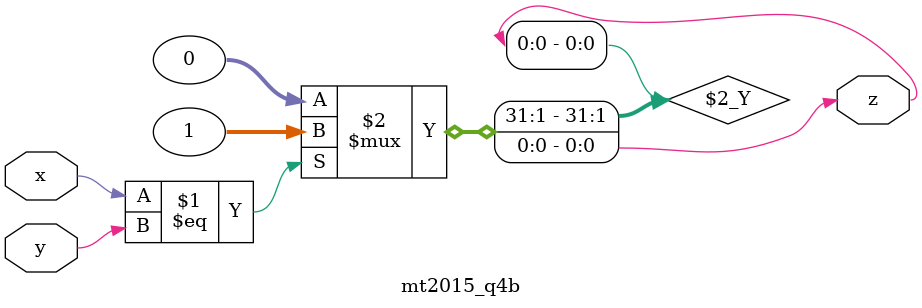
<source format=v>
module mt2015_q4b ( input x, input y, output z );
    assign z = (x==y)?1:0;
endmodule

</source>
